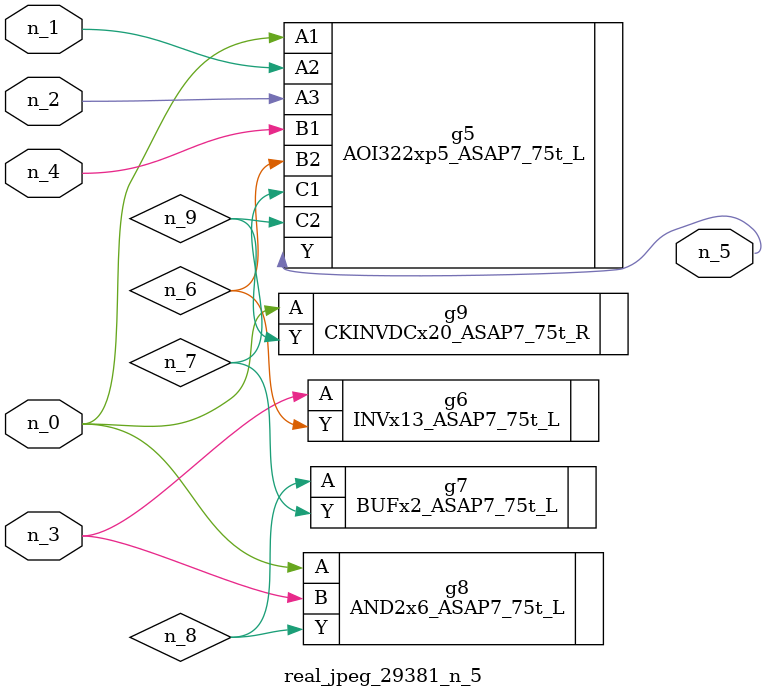
<source format=v>
module real_jpeg_29381_n_5 (n_4, n_0, n_1, n_2, n_3, n_5);

input n_4;
input n_0;
input n_1;
input n_2;
input n_3;

output n_5;

wire n_8;
wire n_6;
wire n_7;
wire n_9;

AOI322xp5_ASAP7_75t_L g5 ( 
.A1(n_0),
.A2(n_1),
.A3(n_2),
.B1(n_4),
.B2(n_6),
.C1(n_7),
.C2(n_9),
.Y(n_5)
);

AND2x6_ASAP7_75t_L g8 ( 
.A(n_0),
.B(n_3),
.Y(n_8)
);

CKINVDCx20_ASAP7_75t_R g9 ( 
.A(n_0),
.Y(n_9)
);

INVx13_ASAP7_75t_L g6 ( 
.A(n_3),
.Y(n_6)
);

BUFx2_ASAP7_75t_L g7 ( 
.A(n_8),
.Y(n_7)
);


endmodule
</source>
